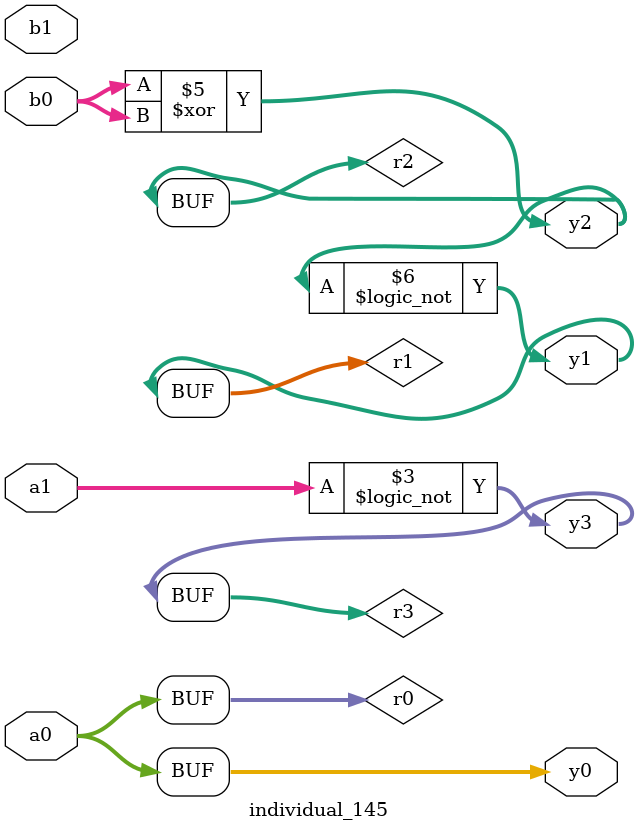
<source format=sv>
module individual_145(input logic [15:0] a1, input logic [15:0] a0, input logic [15:0] b1, input logic [15:0] b0, output logic [15:0] y3, output logic [15:0] y2, output logic [15:0] y1, output logic [15:0] y0);
logic [15:0] r0, r1, r2, r3; 
 always@(*) begin 
	 r0 = a0; r1 = a1; r2 = b0; r3 = b1; 
 	 r3  &=  r3 ;
 	 r3 = ! r1 ;
 	 r1  ^=  a1 ;
 	 r2  ^=  b0 ;
 	 r1 = ! r2 ;
 	 y3 = r3; y2 = r2; y1 = r1; y0 = r0; 
end
endmodule
</source>
